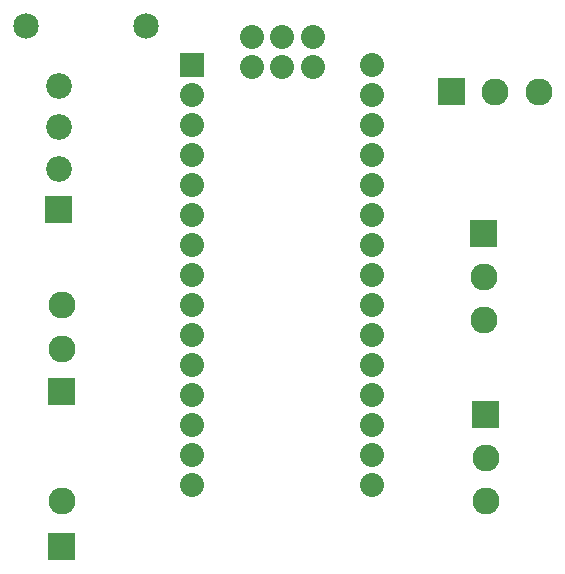
<source format=gbs>
G04 MADE WITH FRITZING*
G04 WWW.FRITZING.ORG*
G04 DOUBLE SIDED*
G04 HOLES PLATED*
G04 CONTOUR ON CENTER OF CONTOUR VECTOR*
%ASAXBY*%
%FSLAX23Y23*%
%MOIN*%
%OFA0B0*%
%SFA1.0B1.0*%
%ADD10C,0.085000*%
%ADD11C,0.080000*%
%ADD12C,0.090000*%
%ADD13C,0.086139*%
%ADD14R,0.079958X0.080000*%
%ADD15R,0.001000X0.001000*%
%LNMASK0*%
G90*
G70*
G54D10*
X119Y1891D03*
X519Y1891D03*
G54D11*
X673Y1761D03*
X673Y1661D03*
X673Y1561D03*
X673Y1461D03*
X673Y1361D03*
X673Y1261D03*
X673Y1161D03*
X673Y1061D03*
X673Y961D03*
X673Y861D03*
X673Y761D03*
X673Y661D03*
X673Y561D03*
X673Y461D03*
X673Y361D03*
X1273Y1761D03*
X1273Y1661D03*
X1273Y1561D03*
X1273Y1461D03*
X1273Y1361D03*
X1273Y1261D03*
X1273Y1161D03*
X1273Y1061D03*
X1273Y961D03*
X1273Y861D03*
X1273Y761D03*
X1273Y661D03*
X1273Y561D03*
X1273Y461D03*
X1273Y361D03*
X873Y1856D03*
X873Y1756D03*
X973Y1856D03*
X973Y1756D03*
X1074Y1856D03*
X1074Y1756D03*
G54D12*
X1645Y1200D03*
X1645Y1055D03*
X1645Y911D03*
X238Y672D03*
X238Y817D03*
X238Y962D03*
X1537Y1672D03*
X1682Y1672D03*
X1827Y1672D03*
G54D13*
X228Y1279D03*
X228Y1416D03*
X228Y1554D03*
X228Y1692D03*
G54D12*
X1651Y597D03*
X1651Y453D03*
X1651Y308D03*
X237Y156D03*
X237Y308D03*
G54D14*
X673Y1761D03*
G54D15*
X1492Y1718D02*
X1581Y1718D01*
X1492Y1717D02*
X1581Y1717D01*
X1492Y1716D02*
X1581Y1716D01*
X1492Y1715D02*
X1581Y1715D01*
X1492Y1714D02*
X1581Y1714D01*
X1492Y1713D02*
X1581Y1713D01*
X1492Y1712D02*
X1581Y1712D01*
X1492Y1711D02*
X1581Y1711D01*
X1492Y1710D02*
X1581Y1710D01*
X1492Y1709D02*
X1581Y1709D01*
X1492Y1708D02*
X1581Y1708D01*
X1492Y1707D02*
X1581Y1707D01*
X1492Y1706D02*
X1581Y1706D01*
X1492Y1705D02*
X1581Y1705D01*
X1492Y1704D02*
X1581Y1704D01*
X1492Y1703D02*
X1581Y1703D01*
X1492Y1702D02*
X1581Y1702D01*
X1492Y1701D02*
X1581Y1701D01*
X1492Y1700D02*
X1581Y1700D01*
X1492Y1699D02*
X1581Y1699D01*
X1492Y1698D02*
X1581Y1698D01*
X1492Y1697D02*
X1581Y1697D01*
X1492Y1696D02*
X1581Y1696D01*
X1492Y1695D02*
X1581Y1695D01*
X1492Y1694D02*
X1581Y1694D01*
X1492Y1693D02*
X1581Y1693D01*
X1492Y1692D02*
X1533Y1692D01*
X1539Y1692D02*
X1581Y1692D01*
X1492Y1691D02*
X1529Y1691D01*
X1543Y1691D02*
X1581Y1691D01*
X1492Y1690D02*
X1527Y1690D01*
X1545Y1690D02*
X1581Y1690D01*
X1492Y1689D02*
X1525Y1689D01*
X1547Y1689D02*
X1581Y1689D01*
X1492Y1688D02*
X1524Y1688D01*
X1548Y1688D02*
X1581Y1688D01*
X1492Y1687D02*
X1523Y1687D01*
X1549Y1687D02*
X1581Y1687D01*
X1492Y1686D02*
X1522Y1686D01*
X1550Y1686D02*
X1581Y1686D01*
X1492Y1685D02*
X1521Y1685D01*
X1551Y1685D02*
X1581Y1685D01*
X1492Y1684D02*
X1520Y1684D01*
X1552Y1684D02*
X1581Y1684D01*
X1492Y1683D02*
X1520Y1683D01*
X1553Y1683D02*
X1581Y1683D01*
X1492Y1682D02*
X1519Y1682D01*
X1553Y1682D02*
X1581Y1682D01*
X1492Y1681D02*
X1519Y1681D01*
X1554Y1681D02*
X1581Y1681D01*
X1492Y1680D02*
X1518Y1680D01*
X1554Y1680D02*
X1581Y1680D01*
X1492Y1679D02*
X1518Y1679D01*
X1554Y1679D02*
X1581Y1679D01*
X1492Y1678D02*
X1518Y1678D01*
X1555Y1678D02*
X1581Y1678D01*
X1492Y1677D02*
X1517Y1677D01*
X1555Y1677D02*
X1581Y1677D01*
X1492Y1676D02*
X1517Y1676D01*
X1555Y1676D02*
X1581Y1676D01*
X1492Y1675D02*
X1517Y1675D01*
X1555Y1675D02*
X1581Y1675D01*
X1492Y1674D02*
X1517Y1674D01*
X1555Y1674D02*
X1581Y1674D01*
X1492Y1673D02*
X1517Y1673D01*
X1555Y1673D02*
X1581Y1673D01*
X1492Y1672D02*
X1517Y1672D01*
X1555Y1672D02*
X1581Y1672D01*
X1492Y1671D02*
X1517Y1671D01*
X1555Y1671D02*
X1581Y1671D01*
X1492Y1670D02*
X1517Y1670D01*
X1555Y1670D02*
X1581Y1670D01*
X1492Y1669D02*
X1517Y1669D01*
X1555Y1669D02*
X1581Y1669D01*
X1492Y1668D02*
X1518Y1668D01*
X1555Y1668D02*
X1581Y1668D01*
X1492Y1667D02*
X1518Y1667D01*
X1554Y1667D02*
X1581Y1667D01*
X1492Y1666D02*
X1518Y1666D01*
X1554Y1666D02*
X1581Y1666D01*
X1492Y1665D02*
X1519Y1665D01*
X1553Y1665D02*
X1581Y1665D01*
X1492Y1664D02*
X1519Y1664D01*
X1553Y1664D02*
X1581Y1664D01*
X1492Y1663D02*
X1520Y1663D01*
X1552Y1663D02*
X1581Y1663D01*
X1492Y1662D02*
X1521Y1662D01*
X1552Y1662D02*
X1581Y1662D01*
X1492Y1661D02*
X1522Y1661D01*
X1551Y1661D02*
X1581Y1661D01*
X1492Y1660D02*
X1523Y1660D01*
X1550Y1660D02*
X1581Y1660D01*
X1492Y1659D02*
X1524Y1659D01*
X1549Y1659D02*
X1581Y1659D01*
X1492Y1658D02*
X1525Y1658D01*
X1547Y1658D02*
X1581Y1658D01*
X1492Y1657D02*
X1527Y1657D01*
X1546Y1657D02*
X1581Y1657D01*
X1492Y1656D02*
X1529Y1656D01*
X1543Y1656D02*
X1581Y1656D01*
X1492Y1655D02*
X1532Y1655D01*
X1540Y1655D02*
X1581Y1655D01*
X1492Y1654D02*
X1581Y1654D01*
X1492Y1653D02*
X1581Y1653D01*
X1492Y1652D02*
X1581Y1652D01*
X1492Y1651D02*
X1581Y1651D01*
X1492Y1650D02*
X1581Y1650D01*
X1492Y1649D02*
X1581Y1649D01*
X1492Y1648D02*
X1581Y1648D01*
X1492Y1647D02*
X1581Y1647D01*
X1492Y1646D02*
X1581Y1646D01*
X1492Y1645D02*
X1581Y1645D01*
X1492Y1644D02*
X1581Y1644D01*
X1492Y1643D02*
X1581Y1643D01*
X1492Y1642D02*
X1581Y1642D01*
X1492Y1641D02*
X1581Y1641D01*
X1492Y1640D02*
X1581Y1640D01*
X1492Y1639D02*
X1581Y1639D01*
X1492Y1638D02*
X1581Y1638D01*
X1492Y1637D02*
X1581Y1637D01*
X1492Y1636D02*
X1581Y1636D01*
X1492Y1635D02*
X1581Y1635D01*
X1492Y1634D02*
X1581Y1634D01*
X1492Y1633D02*
X1581Y1633D01*
X1492Y1632D02*
X1581Y1632D01*
X1492Y1631D02*
X1581Y1631D01*
X1492Y1630D02*
X1581Y1630D01*
X1492Y1629D02*
X1581Y1629D01*
X183Y1324D02*
X272Y1324D01*
X183Y1323D02*
X272Y1323D01*
X183Y1322D02*
X272Y1322D01*
X183Y1321D02*
X272Y1321D01*
X183Y1320D02*
X272Y1320D01*
X183Y1319D02*
X272Y1319D01*
X183Y1318D02*
X272Y1318D01*
X183Y1317D02*
X272Y1317D01*
X183Y1316D02*
X272Y1316D01*
X183Y1315D02*
X272Y1315D01*
X183Y1314D02*
X272Y1314D01*
X183Y1313D02*
X272Y1313D01*
X183Y1312D02*
X272Y1312D01*
X183Y1311D02*
X272Y1311D01*
X183Y1310D02*
X272Y1310D01*
X183Y1309D02*
X272Y1309D01*
X183Y1308D02*
X272Y1308D01*
X183Y1307D02*
X272Y1307D01*
X183Y1306D02*
X272Y1306D01*
X183Y1305D02*
X272Y1305D01*
X183Y1304D02*
X272Y1304D01*
X183Y1303D02*
X272Y1303D01*
X183Y1302D02*
X272Y1302D01*
X183Y1301D02*
X272Y1301D01*
X183Y1300D02*
X272Y1300D01*
X183Y1299D02*
X272Y1299D01*
X183Y1298D02*
X223Y1298D01*
X231Y1298D02*
X272Y1298D01*
X183Y1297D02*
X219Y1297D01*
X235Y1297D02*
X272Y1297D01*
X183Y1296D02*
X217Y1296D01*
X237Y1296D02*
X272Y1296D01*
X183Y1295D02*
X216Y1295D01*
X238Y1295D02*
X272Y1295D01*
X183Y1294D02*
X215Y1294D01*
X239Y1294D02*
X272Y1294D01*
X183Y1293D02*
X214Y1293D01*
X241Y1293D02*
X272Y1293D01*
X183Y1292D02*
X213Y1292D01*
X242Y1292D02*
X272Y1292D01*
X183Y1291D02*
X212Y1291D01*
X242Y1291D02*
X272Y1291D01*
X183Y1290D02*
X211Y1290D01*
X243Y1290D02*
X272Y1290D01*
X183Y1289D02*
X210Y1289D01*
X244Y1289D02*
X272Y1289D01*
X183Y1288D02*
X210Y1288D01*
X244Y1288D02*
X272Y1288D01*
X183Y1287D02*
X209Y1287D01*
X245Y1287D02*
X272Y1287D01*
X183Y1286D02*
X209Y1286D01*
X245Y1286D02*
X272Y1286D01*
X183Y1285D02*
X209Y1285D01*
X245Y1285D02*
X272Y1285D01*
X183Y1284D02*
X208Y1284D01*
X246Y1284D02*
X272Y1284D01*
X183Y1283D02*
X208Y1283D01*
X246Y1283D02*
X272Y1283D01*
X183Y1282D02*
X208Y1282D01*
X246Y1282D02*
X272Y1282D01*
X183Y1281D02*
X208Y1281D01*
X246Y1281D02*
X272Y1281D01*
X183Y1280D02*
X208Y1280D01*
X246Y1280D02*
X272Y1280D01*
X183Y1279D02*
X208Y1279D01*
X246Y1279D02*
X272Y1279D01*
X183Y1278D02*
X208Y1278D01*
X246Y1278D02*
X272Y1278D01*
X183Y1277D02*
X208Y1277D01*
X246Y1277D02*
X272Y1277D01*
X183Y1276D02*
X208Y1276D01*
X246Y1276D02*
X272Y1276D01*
X183Y1275D02*
X209Y1275D01*
X246Y1275D02*
X272Y1275D01*
X183Y1274D02*
X209Y1274D01*
X245Y1274D02*
X272Y1274D01*
X183Y1273D02*
X209Y1273D01*
X245Y1273D02*
X272Y1273D01*
X183Y1272D02*
X210Y1272D01*
X245Y1272D02*
X272Y1272D01*
X183Y1271D02*
X210Y1271D01*
X244Y1271D02*
X272Y1271D01*
X183Y1270D02*
X211Y1270D01*
X243Y1270D02*
X272Y1270D01*
X183Y1269D02*
X211Y1269D01*
X243Y1269D02*
X272Y1269D01*
X183Y1268D02*
X212Y1268D01*
X242Y1268D02*
X272Y1268D01*
X183Y1267D02*
X213Y1267D01*
X241Y1267D02*
X272Y1267D01*
X183Y1266D02*
X214Y1266D01*
X240Y1266D02*
X272Y1266D01*
X183Y1265D02*
X215Y1265D01*
X239Y1265D02*
X272Y1265D01*
X183Y1264D02*
X217Y1264D01*
X238Y1264D02*
X272Y1264D01*
X183Y1263D02*
X218Y1263D01*
X236Y1263D02*
X272Y1263D01*
X183Y1262D02*
X221Y1262D01*
X233Y1262D02*
X272Y1262D01*
X183Y1261D02*
X272Y1261D01*
X183Y1260D02*
X272Y1260D01*
X183Y1259D02*
X272Y1259D01*
X183Y1258D02*
X272Y1258D01*
X183Y1257D02*
X272Y1257D01*
X183Y1256D02*
X272Y1256D01*
X183Y1255D02*
X272Y1255D01*
X183Y1254D02*
X272Y1254D01*
X183Y1253D02*
X272Y1253D01*
X183Y1252D02*
X272Y1252D01*
X183Y1251D02*
X272Y1251D01*
X183Y1250D02*
X272Y1250D01*
X183Y1249D02*
X272Y1249D01*
X183Y1248D02*
X272Y1248D01*
X183Y1247D02*
X272Y1247D01*
X183Y1246D02*
X272Y1246D01*
X1599Y1246D02*
X1688Y1246D01*
X183Y1245D02*
X272Y1245D01*
X1599Y1245D02*
X1688Y1245D01*
X183Y1244D02*
X272Y1244D01*
X1599Y1244D02*
X1688Y1244D01*
X183Y1243D02*
X272Y1243D01*
X1599Y1243D02*
X1688Y1243D01*
X183Y1242D02*
X272Y1242D01*
X1599Y1242D02*
X1688Y1242D01*
X183Y1241D02*
X272Y1241D01*
X1599Y1241D02*
X1688Y1241D01*
X183Y1240D02*
X272Y1240D01*
X1599Y1240D02*
X1688Y1240D01*
X183Y1239D02*
X272Y1239D01*
X1599Y1239D02*
X1688Y1239D01*
X183Y1238D02*
X272Y1238D01*
X1599Y1238D02*
X1688Y1238D01*
X183Y1237D02*
X272Y1237D01*
X1599Y1237D02*
X1688Y1237D01*
X183Y1236D02*
X272Y1236D01*
X1599Y1236D02*
X1688Y1236D01*
X183Y1235D02*
X271Y1235D01*
X1599Y1235D02*
X1688Y1235D01*
X1599Y1234D02*
X1688Y1234D01*
X1599Y1233D02*
X1688Y1233D01*
X1599Y1232D02*
X1688Y1232D01*
X1599Y1231D02*
X1688Y1231D01*
X1599Y1230D02*
X1688Y1230D01*
X1599Y1229D02*
X1688Y1229D01*
X1599Y1228D02*
X1688Y1228D01*
X1599Y1227D02*
X1688Y1227D01*
X1599Y1226D02*
X1688Y1226D01*
X1599Y1225D02*
X1688Y1225D01*
X1599Y1224D02*
X1688Y1224D01*
X1599Y1223D02*
X1688Y1223D01*
X1599Y1222D02*
X1688Y1222D01*
X1599Y1221D02*
X1688Y1221D01*
X1599Y1220D02*
X1642Y1220D01*
X1645Y1220D02*
X1688Y1220D01*
X1599Y1219D02*
X1637Y1219D01*
X1651Y1219D02*
X1688Y1219D01*
X1599Y1218D02*
X1634Y1218D01*
X1653Y1218D02*
X1688Y1218D01*
X1599Y1217D02*
X1633Y1217D01*
X1655Y1217D02*
X1688Y1217D01*
X1599Y1216D02*
X1631Y1216D01*
X1656Y1216D02*
X1688Y1216D01*
X1599Y1215D02*
X1630Y1215D01*
X1657Y1215D02*
X1688Y1215D01*
X1599Y1214D02*
X1629Y1214D01*
X1658Y1214D02*
X1688Y1214D01*
X1599Y1213D02*
X1628Y1213D01*
X1659Y1213D02*
X1688Y1213D01*
X1599Y1212D02*
X1628Y1212D01*
X1659Y1212D02*
X1688Y1212D01*
X1599Y1211D02*
X1627Y1211D01*
X1660Y1211D02*
X1688Y1211D01*
X1599Y1210D02*
X1627Y1210D01*
X1661Y1210D02*
X1688Y1210D01*
X1599Y1209D02*
X1626Y1209D01*
X1661Y1209D02*
X1688Y1209D01*
X1599Y1208D02*
X1626Y1208D01*
X1662Y1208D02*
X1688Y1208D01*
X1599Y1207D02*
X1625Y1207D01*
X1662Y1207D02*
X1688Y1207D01*
X1599Y1206D02*
X1625Y1206D01*
X1662Y1206D02*
X1688Y1206D01*
X1599Y1205D02*
X1625Y1205D01*
X1662Y1205D02*
X1688Y1205D01*
X1599Y1204D02*
X1624Y1204D01*
X1663Y1204D02*
X1688Y1204D01*
X1599Y1203D02*
X1624Y1203D01*
X1663Y1203D02*
X1688Y1203D01*
X1599Y1202D02*
X1624Y1202D01*
X1663Y1202D02*
X1688Y1202D01*
X1599Y1201D02*
X1624Y1201D01*
X1663Y1201D02*
X1688Y1201D01*
X1599Y1200D02*
X1624Y1200D01*
X1663Y1200D02*
X1688Y1200D01*
X1599Y1199D02*
X1624Y1199D01*
X1663Y1199D02*
X1688Y1199D01*
X1599Y1198D02*
X1625Y1198D01*
X1663Y1198D02*
X1688Y1198D01*
X1599Y1197D02*
X1625Y1197D01*
X1662Y1197D02*
X1688Y1197D01*
X1599Y1196D02*
X1625Y1196D01*
X1662Y1196D02*
X1688Y1196D01*
X1599Y1195D02*
X1626Y1195D01*
X1662Y1195D02*
X1688Y1195D01*
X1599Y1194D02*
X1626Y1194D01*
X1661Y1194D02*
X1688Y1194D01*
X1599Y1193D02*
X1626Y1193D01*
X1661Y1193D02*
X1688Y1193D01*
X1599Y1192D02*
X1627Y1192D01*
X1660Y1192D02*
X1688Y1192D01*
X1599Y1191D02*
X1628Y1191D01*
X1660Y1191D02*
X1688Y1191D01*
X1599Y1190D02*
X1628Y1190D01*
X1659Y1190D02*
X1688Y1190D01*
X1599Y1189D02*
X1629Y1189D01*
X1658Y1189D02*
X1688Y1189D01*
X1599Y1188D02*
X1630Y1188D01*
X1657Y1188D02*
X1688Y1188D01*
X1599Y1187D02*
X1631Y1187D01*
X1656Y1187D02*
X1688Y1187D01*
X1599Y1186D02*
X1632Y1186D01*
X1655Y1186D02*
X1688Y1186D01*
X1599Y1185D02*
X1634Y1185D01*
X1653Y1185D02*
X1688Y1185D01*
X1599Y1184D02*
X1636Y1184D01*
X1651Y1184D02*
X1688Y1184D01*
X1599Y1183D02*
X1640Y1183D01*
X1647Y1183D02*
X1688Y1183D01*
X1599Y1182D02*
X1688Y1182D01*
X1599Y1181D02*
X1688Y1181D01*
X1599Y1180D02*
X1688Y1180D01*
X1599Y1179D02*
X1688Y1179D01*
X1599Y1178D02*
X1688Y1178D01*
X1599Y1177D02*
X1688Y1177D01*
X1599Y1176D02*
X1688Y1176D01*
X1599Y1175D02*
X1688Y1175D01*
X1599Y1174D02*
X1688Y1174D01*
X1599Y1173D02*
X1688Y1173D01*
X1599Y1172D02*
X1688Y1172D01*
X1599Y1171D02*
X1688Y1171D01*
X1599Y1170D02*
X1688Y1170D01*
X1599Y1169D02*
X1688Y1169D01*
X1599Y1168D02*
X1688Y1168D01*
X1599Y1167D02*
X1688Y1167D01*
X1599Y1166D02*
X1688Y1166D01*
X1599Y1165D02*
X1688Y1165D01*
X1599Y1164D02*
X1688Y1164D01*
X1599Y1163D02*
X1688Y1163D01*
X1599Y1162D02*
X1688Y1162D01*
X1599Y1161D02*
X1688Y1161D01*
X1599Y1160D02*
X1688Y1160D01*
X1599Y1159D02*
X1688Y1159D01*
X1599Y1158D02*
X1688Y1158D01*
X1599Y1157D02*
X1688Y1157D01*
X193Y718D02*
X282Y718D01*
X193Y717D02*
X282Y717D01*
X193Y716D02*
X282Y716D01*
X193Y715D02*
X282Y715D01*
X193Y714D02*
X282Y714D01*
X193Y713D02*
X282Y713D01*
X193Y712D02*
X282Y712D01*
X193Y711D02*
X282Y711D01*
X193Y710D02*
X282Y710D01*
X193Y709D02*
X282Y709D01*
X193Y708D02*
X282Y708D01*
X193Y707D02*
X282Y707D01*
X193Y706D02*
X282Y706D01*
X193Y705D02*
X282Y705D01*
X193Y704D02*
X282Y704D01*
X193Y703D02*
X282Y703D01*
X193Y702D02*
X282Y702D01*
X193Y701D02*
X282Y701D01*
X193Y700D02*
X282Y700D01*
X193Y699D02*
X282Y699D01*
X193Y698D02*
X282Y698D01*
X193Y697D02*
X282Y697D01*
X193Y696D02*
X282Y696D01*
X193Y695D02*
X282Y695D01*
X193Y694D02*
X282Y694D01*
X193Y693D02*
X282Y693D01*
X193Y692D02*
X234Y692D01*
X242Y692D02*
X282Y692D01*
X193Y691D02*
X230Y691D01*
X246Y691D02*
X282Y691D01*
X193Y690D02*
X228Y690D01*
X248Y690D02*
X282Y690D01*
X193Y689D02*
X226Y689D01*
X249Y689D02*
X282Y689D01*
X193Y688D02*
X225Y688D01*
X250Y688D02*
X282Y688D01*
X193Y687D02*
X224Y687D01*
X251Y687D02*
X282Y687D01*
X193Y686D02*
X223Y686D01*
X252Y686D02*
X282Y686D01*
X193Y685D02*
X222Y685D01*
X253Y685D02*
X282Y685D01*
X193Y684D02*
X222Y684D01*
X254Y684D02*
X282Y684D01*
X193Y683D02*
X221Y683D01*
X254Y683D02*
X282Y683D01*
X193Y682D02*
X221Y682D01*
X255Y682D02*
X282Y682D01*
X193Y681D02*
X220Y681D01*
X255Y681D02*
X282Y681D01*
X193Y680D02*
X220Y680D01*
X256Y680D02*
X282Y680D01*
X193Y679D02*
X219Y679D01*
X256Y679D02*
X282Y679D01*
X193Y678D02*
X219Y678D01*
X257Y678D02*
X282Y678D01*
X193Y677D02*
X219Y677D01*
X257Y677D02*
X282Y677D01*
X193Y676D02*
X219Y676D01*
X257Y676D02*
X282Y676D01*
X193Y675D02*
X219Y675D01*
X257Y675D02*
X282Y675D01*
X193Y674D02*
X219Y674D01*
X257Y674D02*
X282Y674D01*
X193Y673D02*
X219Y673D01*
X257Y673D02*
X282Y673D01*
X193Y672D02*
X219Y672D01*
X257Y672D02*
X282Y672D01*
X193Y671D02*
X219Y671D01*
X257Y671D02*
X282Y671D01*
X193Y670D02*
X219Y670D01*
X257Y670D02*
X282Y670D01*
X193Y669D02*
X219Y669D01*
X256Y669D02*
X282Y669D01*
X193Y668D02*
X220Y668D01*
X256Y668D02*
X282Y668D01*
X193Y667D02*
X220Y667D01*
X256Y667D02*
X282Y667D01*
X193Y666D02*
X220Y666D01*
X255Y666D02*
X282Y666D01*
X193Y665D02*
X221Y665D01*
X255Y665D02*
X282Y665D01*
X193Y664D02*
X221Y664D01*
X254Y664D02*
X282Y664D01*
X193Y663D02*
X222Y663D01*
X254Y663D02*
X282Y663D01*
X193Y662D02*
X223Y662D01*
X253Y662D02*
X282Y662D01*
X193Y661D02*
X224Y661D01*
X252Y661D02*
X282Y661D01*
X193Y660D02*
X225Y660D01*
X251Y660D02*
X282Y660D01*
X193Y659D02*
X226Y659D01*
X250Y659D02*
X282Y659D01*
X193Y658D02*
X227Y658D01*
X249Y658D02*
X282Y658D01*
X193Y657D02*
X229Y657D01*
X247Y657D02*
X282Y657D01*
X193Y656D02*
X231Y656D01*
X244Y656D02*
X282Y656D01*
X193Y655D02*
X282Y655D01*
X193Y654D02*
X282Y654D01*
X193Y653D02*
X282Y653D01*
X193Y652D02*
X282Y652D01*
X193Y651D02*
X282Y651D01*
X193Y650D02*
X282Y650D01*
X193Y649D02*
X282Y649D01*
X193Y648D02*
X282Y648D01*
X193Y647D02*
X282Y647D01*
X193Y646D02*
X282Y646D01*
X193Y645D02*
X282Y645D01*
X193Y644D02*
X282Y644D01*
X193Y643D02*
X282Y643D01*
X1606Y643D02*
X1694Y643D01*
X193Y642D02*
X282Y642D01*
X1606Y642D02*
X1694Y642D01*
X193Y641D02*
X282Y641D01*
X1606Y641D02*
X1694Y641D01*
X193Y640D02*
X282Y640D01*
X1606Y640D02*
X1694Y640D01*
X193Y639D02*
X282Y639D01*
X1606Y639D02*
X1694Y639D01*
X193Y638D02*
X282Y638D01*
X1606Y638D02*
X1694Y638D01*
X193Y637D02*
X282Y637D01*
X1606Y637D02*
X1694Y637D01*
X193Y636D02*
X282Y636D01*
X1606Y636D02*
X1694Y636D01*
X193Y635D02*
X282Y635D01*
X1606Y635D02*
X1694Y635D01*
X193Y634D02*
X282Y634D01*
X1606Y634D02*
X1694Y634D01*
X193Y633D02*
X282Y633D01*
X1606Y633D02*
X1694Y633D01*
X193Y632D02*
X282Y632D01*
X1606Y632D02*
X1694Y632D01*
X193Y631D02*
X282Y631D01*
X1606Y631D02*
X1694Y631D01*
X193Y630D02*
X282Y630D01*
X1606Y630D02*
X1694Y630D01*
X193Y629D02*
X282Y629D01*
X1606Y629D02*
X1694Y629D01*
X1606Y628D02*
X1694Y628D01*
X1606Y627D02*
X1694Y627D01*
X1606Y626D02*
X1694Y626D01*
X1606Y625D02*
X1694Y625D01*
X1606Y624D02*
X1694Y624D01*
X1606Y623D02*
X1694Y623D01*
X1606Y622D02*
X1694Y622D01*
X1606Y621D02*
X1694Y621D01*
X1606Y620D02*
X1694Y620D01*
X1606Y619D02*
X1694Y619D01*
X1606Y618D02*
X1694Y618D01*
X1606Y617D02*
X1646Y617D01*
X1654Y617D02*
X1694Y617D01*
X1606Y616D02*
X1642Y616D01*
X1658Y616D02*
X1694Y616D01*
X1606Y615D02*
X1640Y615D01*
X1660Y615D02*
X1694Y615D01*
X1606Y614D02*
X1639Y614D01*
X1661Y614D02*
X1694Y614D01*
X1606Y613D02*
X1637Y613D01*
X1663Y613D02*
X1694Y613D01*
X1606Y612D02*
X1636Y612D01*
X1664Y612D02*
X1694Y612D01*
X1606Y611D02*
X1635Y611D01*
X1665Y611D02*
X1694Y611D01*
X1606Y610D02*
X1635Y610D01*
X1665Y610D02*
X1694Y610D01*
X1606Y609D02*
X1634Y609D01*
X1666Y609D02*
X1694Y609D01*
X1606Y608D02*
X1633Y608D01*
X1667Y608D02*
X1694Y608D01*
X1606Y607D02*
X1633Y607D01*
X1667Y607D02*
X1694Y607D01*
X1606Y606D02*
X1632Y606D01*
X1668Y606D02*
X1694Y606D01*
X1606Y605D02*
X1632Y605D01*
X1668Y605D02*
X1694Y605D01*
X1606Y604D02*
X1632Y604D01*
X1668Y604D02*
X1694Y604D01*
X1606Y603D02*
X1631Y603D01*
X1669Y603D02*
X1694Y603D01*
X1606Y602D02*
X1631Y602D01*
X1669Y602D02*
X1694Y602D01*
X1606Y601D02*
X1631Y601D01*
X1669Y601D02*
X1694Y601D01*
X1606Y600D02*
X1631Y600D01*
X1669Y600D02*
X1694Y600D01*
X1606Y599D02*
X1631Y599D01*
X1669Y599D02*
X1694Y599D01*
X1606Y598D02*
X1631Y598D01*
X1669Y598D02*
X1694Y598D01*
X1606Y597D02*
X1631Y597D01*
X1669Y597D02*
X1694Y597D01*
X1606Y596D02*
X1631Y596D01*
X1669Y596D02*
X1694Y596D01*
X1606Y595D02*
X1631Y595D01*
X1669Y595D02*
X1694Y595D01*
X1606Y594D02*
X1631Y594D01*
X1669Y594D02*
X1694Y594D01*
X1606Y593D02*
X1632Y593D01*
X1668Y593D02*
X1694Y593D01*
X1606Y592D02*
X1632Y592D01*
X1668Y592D02*
X1694Y592D01*
X1606Y591D02*
X1633Y591D01*
X1667Y591D02*
X1694Y591D01*
X1606Y590D02*
X1633Y590D01*
X1667Y590D02*
X1694Y590D01*
X1606Y589D02*
X1634Y589D01*
X1666Y589D02*
X1694Y589D01*
X1606Y588D02*
X1634Y588D01*
X1666Y588D02*
X1694Y588D01*
X1606Y587D02*
X1635Y587D01*
X1665Y587D02*
X1694Y587D01*
X1606Y586D02*
X1636Y586D01*
X1664Y586D02*
X1694Y586D01*
X1606Y585D02*
X1637Y585D01*
X1663Y585D02*
X1694Y585D01*
X1606Y584D02*
X1638Y584D01*
X1662Y584D02*
X1694Y584D01*
X1606Y583D02*
X1639Y583D01*
X1661Y583D02*
X1694Y583D01*
X1606Y582D02*
X1641Y582D01*
X1659Y582D02*
X1694Y582D01*
X1606Y581D02*
X1643Y581D01*
X1657Y581D02*
X1694Y581D01*
X1606Y580D02*
X1694Y580D01*
X1606Y579D02*
X1694Y579D01*
X1606Y578D02*
X1694Y578D01*
X1606Y577D02*
X1694Y577D01*
X1606Y576D02*
X1694Y576D01*
X1606Y575D02*
X1694Y575D01*
X1606Y574D02*
X1694Y574D01*
X1606Y573D02*
X1694Y573D01*
X1606Y572D02*
X1694Y572D01*
X1606Y571D02*
X1694Y571D01*
X1606Y570D02*
X1694Y570D01*
X1606Y569D02*
X1694Y569D01*
X1606Y568D02*
X1694Y568D01*
X1606Y567D02*
X1694Y567D01*
X1606Y566D02*
X1694Y566D01*
X1606Y565D02*
X1694Y565D01*
X1606Y564D02*
X1694Y564D01*
X1606Y563D02*
X1694Y563D01*
X1606Y562D02*
X1694Y562D01*
X1606Y561D02*
X1694Y561D01*
X1606Y560D02*
X1694Y560D01*
X1606Y559D02*
X1694Y559D01*
X1606Y558D02*
X1694Y558D01*
X1606Y557D02*
X1694Y557D01*
X1606Y556D02*
X1694Y556D01*
X1606Y555D02*
X1694Y555D01*
X1606Y554D02*
X1694Y554D01*
X192Y202D02*
X281Y202D01*
X192Y201D02*
X281Y201D01*
X192Y200D02*
X281Y200D01*
X192Y199D02*
X281Y199D01*
X192Y198D02*
X281Y198D01*
X192Y197D02*
X281Y197D01*
X192Y196D02*
X281Y196D01*
X192Y195D02*
X281Y195D01*
X192Y194D02*
X281Y194D01*
X192Y193D02*
X281Y193D01*
X192Y192D02*
X281Y192D01*
X192Y191D02*
X281Y191D01*
X192Y190D02*
X281Y190D01*
X192Y189D02*
X281Y189D01*
X192Y188D02*
X281Y188D01*
X192Y187D02*
X281Y187D01*
X192Y186D02*
X281Y186D01*
X192Y185D02*
X281Y185D01*
X192Y184D02*
X281Y184D01*
X192Y183D02*
X281Y183D01*
X192Y182D02*
X281Y182D01*
X192Y181D02*
X281Y181D01*
X192Y180D02*
X281Y180D01*
X192Y179D02*
X281Y179D01*
X192Y178D02*
X281Y178D01*
X192Y177D02*
X281Y177D01*
X192Y176D02*
X232Y176D01*
X241Y176D02*
X281Y176D01*
X192Y175D02*
X228Y175D01*
X244Y175D02*
X281Y175D01*
X192Y174D02*
X227Y174D01*
X246Y174D02*
X281Y174D01*
X192Y173D02*
X225Y173D01*
X248Y173D02*
X281Y173D01*
X192Y172D02*
X224Y172D01*
X249Y172D02*
X281Y172D01*
X192Y171D02*
X223Y171D01*
X250Y171D02*
X281Y171D01*
X192Y170D02*
X222Y170D01*
X251Y170D02*
X281Y170D01*
X192Y169D02*
X221Y169D01*
X252Y169D02*
X281Y169D01*
X192Y168D02*
X220Y168D01*
X253Y168D02*
X281Y168D01*
X192Y167D02*
X220Y167D01*
X253Y167D02*
X281Y167D01*
X192Y166D02*
X219Y166D01*
X254Y166D02*
X281Y166D01*
X192Y165D02*
X219Y165D01*
X254Y165D02*
X281Y165D01*
X192Y164D02*
X218Y164D01*
X254Y164D02*
X281Y164D01*
X192Y163D02*
X218Y163D01*
X255Y163D02*
X281Y163D01*
X192Y162D02*
X218Y162D01*
X255Y162D02*
X281Y162D01*
X192Y161D02*
X218Y161D01*
X255Y161D02*
X281Y161D01*
X192Y160D02*
X217Y160D01*
X255Y160D02*
X281Y160D01*
X192Y159D02*
X217Y159D01*
X255Y159D02*
X281Y159D01*
X192Y158D02*
X217Y158D01*
X255Y158D02*
X281Y158D01*
X192Y157D02*
X217Y157D01*
X255Y157D02*
X281Y157D01*
X192Y156D02*
X217Y156D01*
X255Y156D02*
X281Y156D01*
X192Y155D02*
X218Y155D01*
X255Y155D02*
X281Y155D01*
X192Y154D02*
X218Y154D01*
X255Y154D02*
X281Y154D01*
X192Y153D02*
X218Y153D01*
X255Y153D02*
X281Y153D01*
X192Y152D02*
X218Y152D01*
X255Y152D02*
X281Y152D01*
X192Y151D02*
X219Y151D01*
X254Y151D02*
X281Y151D01*
X192Y150D02*
X219Y150D01*
X254Y150D02*
X281Y150D01*
X192Y149D02*
X220Y149D01*
X253Y149D02*
X281Y149D01*
X192Y148D02*
X220Y148D01*
X253Y148D02*
X281Y148D01*
X192Y147D02*
X221Y147D01*
X252Y147D02*
X281Y147D01*
X192Y146D02*
X222Y146D01*
X251Y146D02*
X281Y146D01*
X192Y145D02*
X222Y145D01*
X250Y145D02*
X281Y145D01*
X192Y144D02*
X224Y144D01*
X249Y144D02*
X281Y144D01*
X192Y143D02*
X225Y143D01*
X248Y143D02*
X281Y143D01*
X192Y142D02*
X226Y142D01*
X247Y142D02*
X281Y142D01*
X192Y141D02*
X228Y141D01*
X245Y141D02*
X281Y141D01*
X192Y140D02*
X231Y140D01*
X242Y140D02*
X281Y140D01*
X192Y139D02*
X281Y139D01*
X192Y138D02*
X281Y138D01*
X192Y137D02*
X281Y137D01*
X192Y136D02*
X281Y136D01*
X192Y135D02*
X281Y135D01*
X192Y134D02*
X281Y134D01*
X192Y133D02*
X281Y133D01*
X192Y132D02*
X281Y132D01*
X192Y131D02*
X281Y131D01*
X192Y130D02*
X281Y130D01*
X192Y129D02*
X281Y129D01*
X192Y128D02*
X281Y128D01*
X192Y127D02*
X281Y127D01*
X192Y126D02*
X281Y126D01*
X192Y125D02*
X281Y125D01*
X192Y124D02*
X281Y124D01*
X192Y123D02*
X281Y123D01*
X192Y122D02*
X281Y122D01*
X192Y121D02*
X281Y121D01*
X192Y120D02*
X281Y120D01*
X192Y119D02*
X281Y119D01*
X192Y118D02*
X281Y118D01*
X192Y117D02*
X281Y117D01*
X192Y116D02*
X281Y116D01*
X192Y115D02*
X281Y115D01*
X192Y114D02*
X281Y114D01*
X192Y113D02*
X281Y113D01*
D02*
G04 End of Mask0*
M02*
</source>
